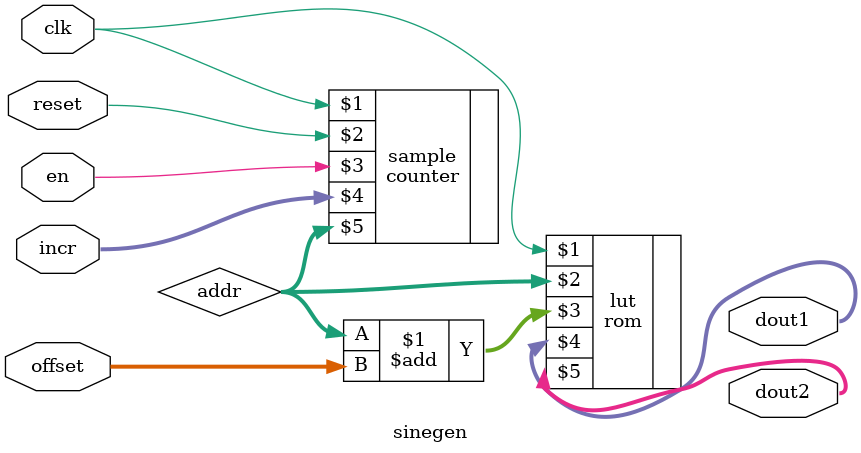
<source format=sv>
module sinegen #(
    parameter ADDRESS_WIDTH = 8,
    parameter DATA_WIDTH = 8
)(
    input logic clk,
    input logic reset,
    input logic en,
    input logic [DATA_WIDTH-1:0] incr,
    input logic [DATA_WIDTH-1:0] offset,
    output logic [DATA_WIDTH-1:0] dout1,
    output logic [DATA_WIDTH-1:0] dout2
);

    logic [ADDRESS_WIDTH-1:0] addr;
    
    counter sample(clk, reset, en, incr, addr);

    rom lut(clk, addr, addr + offset, dout1, dout2);

endmodule

</source>
